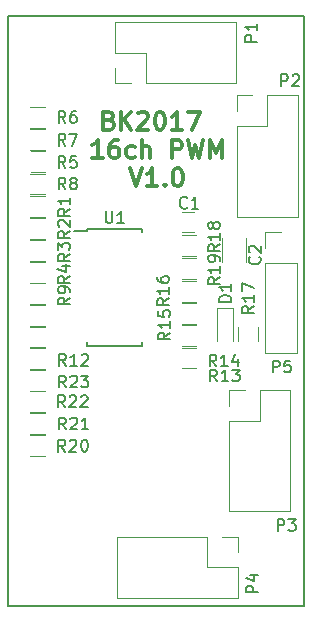
<source format=gto>
G04 #@! TF.FileFunction,Legend,Top*
%FSLAX46Y46*%
G04 Gerber Fmt 4.6, Leading zero omitted, Abs format (unit mm)*
G04 Created by KiCad (PCBNEW 4.0.2-stable) date 6/1/2017 8:35:31 PM*
%MOMM*%
G01*
G04 APERTURE LIST*
%ADD10C,0.100000*%
%ADD11C,0.300000*%
%ADD12C,0.150000*%
%ADD13C,0.120000*%
G04 APERTURE END LIST*
D10*
D11*
X108552173Y-108846457D02*
X108766459Y-108917886D01*
X108837887Y-108989314D01*
X108909316Y-109132171D01*
X108909316Y-109346457D01*
X108837887Y-109489314D01*
X108766459Y-109560743D01*
X108623601Y-109632171D01*
X108052173Y-109632171D01*
X108052173Y-108132171D01*
X108552173Y-108132171D01*
X108695030Y-108203600D01*
X108766459Y-108275029D01*
X108837887Y-108417886D01*
X108837887Y-108560743D01*
X108766459Y-108703600D01*
X108695030Y-108775029D01*
X108552173Y-108846457D01*
X108052173Y-108846457D01*
X109552173Y-109632171D02*
X109552173Y-108132171D01*
X110409316Y-109632171D02*
X109766459Y-108775029D01*
X110409316Y-108132171D02*
X109552173Y-108989314D01*
X110980744Y-108275029D02*
X111052173Y-108203600D01*
X111195030Y-108132171D01*
X111552173Y-108132171D01*
X111695030Y-108203600D01*
X111766459Y-108275029D01*
X111837887Y-108417886D01*
X111837887Y-108560743D01*
X111766459Y-108775029D01*
X110909316Y-109632171D01*
X111837887Y-109632171D01*
X112766458Y-108132171D02*
X112909315Y-108132171D01*
X113052172Y-108203600D01*
X113123601Y-108275029D01*
X113195030Y-108417886D01*
X113266458Y-108703600D01*
X113266458Y-109060743D01*
X113195030Y-109346457D01*
X113123601Y-109489314D01*
X113052172Y-109560743D01*
X112909315Y-109632171D01*
X112766458Y-109632171D01*
X112623601Y-109560743D01*
X112552172Y-109489314D01*
X112480744Y-109346457D01*
X112409315Y-109060743D01*
X112409315Y-108703600D01*
X112480744Y-108417886D01*
X112552172Y-108275029D01*
X112623601Y-108203600D01*
X112766458Y-108132171D01*
X114695029Y-109632171D02*
X113837886Y-109632171D01*
X114266458Y-109632171D02*
X114266458Y-108132171D01*
X114123601Y-108346457D01*
X113980743Y-108489314D01*
X113837886Y-108560743D01*
X115195029Y-108132171D02*
X116195029Y-108132171D01*
X115552172Y-109632171D01*
X107980743Y-112032171D02*
X107123600Y-112032171D01*
X107552172Y-112032171D02*
X107552172Y-110532171D01*
X107409315Y-110746457D01*
X107266457Y-110889314D01*
X107123600Y-110960743D01*
X109266457Y-110532171D02*
X108980743Y-110532171D01*
X108837886Y-110603600D01*
X108766457Y-110675029D01*
X108623600Y-110889314D01*
X108552171Y-111175029D01*
X108552171Y-111746457D01*
X108623600Y-111889314D01*
X108695028Y-111960743D01*
X108837886Y-112032171D01*
X109123600Y-112032171D01*
X109266457Y-111960743D01*
X109337886Y-111889314D01*
X109409314Y-111746457D01*
X109409314Y-111389314D01*
X109337886Y-111246457D01*
X109266457Y-111175029D01*
X109123600Y-111103600D01*
X108837886Y-111103600D01*
X108695028Y-111175029D01*
X108623600Y-111246457D01*
X108552171Y-111389314D01*
X110695028Y-111960743D02*
X110552171Y-112032171D01*
X110266457Y-112032171D01*
X110123599Y-111960743D01*
X110052171Y-111889314D01*
X109980742Y-111746457D01*
X109980742Y-111317886D01*
X110052171Y-111175029D01*
X110123599Y-111103600D01*
X110266457Y-111032171D01*
X110552171Y-111032171D01*
X110695028Y-111103600D01*
X111337885Y-112032171D02*
X111337885Y-110532171D01*
X111980742Y-112032171D02*
X111980742Y-111246457D01*
X111909313Y-111103600D01*
X111766456Y-111032171D01*
X111552171Y-111032171D01*
X111409313Y-111103600D01*
X111337885Y-111175029D01*
X113837885Y-112032171D02*
X113837885Y-110532171D01*
X114409313Y-110532171D01*
X114552171Y-110603600D01*
X114623599Y-110675029D01*
X114695028Y-110817886D01*
X114695028Y-111032171D01*
X114623599Y-111175029D01*
X114552171Y-111246457D01*
X114409313Y-111317886D01*
X113837885Y-111317886D01*
X115195028Y-110532171D02*
X115552171Y-112032171D01*
X115837885Y-110960743D01*
X116123599Y-112032171D01*
X116480742Y-110532171D01*
X117052171Y-112032171D02*
X117052171Y-110532171D01*
X117552171Y-111603600D01*
X118052171Y-110532171D01*
X118052171Y-112032171D01*
X110337886Y-112932171D02*
X110837886Y-114432171D01*
X111337886Y-112932171D01*
X112623600Y-114432171D02*
X111766457Y-114432171D01*
X112195029Y-114432171D02*
X112195029Y-112932171D01*
X112052172Y-113146457D01*
X111909314Y-113289314D01*
X111766457Y-113360743D01*
X113266457Y-114289314D02*
X113337885Y-114360743D01*
X113266457Y-114432171D01*
X113195028Y-114360743D01*
X113266457Y-114289314D01*
X113266457Y-114432171D01*
X114266457Y-112932171D02*
X114409314Y-112932171D01*
X114552171Y-113003600D01*
X114623600Y-113075029D01*
X114695029Y-113217886D01*
X114766457Y-113503600D01*
X114766457Y-113860743D01*
X114695029Y-114146457D01*
X114623600Y-114289314D01*
X114552171Y-114360743D01*
X114409314Y-114432171D01*
X114266457Y-114432171D01*
X114123600Y-114360743D01*
X114052171Y-114289314D01*
X113980743Y-114146457D01*
X113909314Y-113860743D01*
X113909314Y-113503600D01*
X113980743Y-113217886D01*
X114052171Y-113075029D01*
X114123600Y-113003600D01*
X114266457Y-112932171D01*
D12*
X125000000Y-100000000D02*
X100000000Y-100000000D01*
X125000000Y-150000000D02*
X125000000Y-100000000D01*
X100000000Y-150000000D02*
X125000000Y-150000000D01*
X100000000Y-100000000D02*
X100000000Y-150000000D01*
D13*
X115730400Y-116599600D02*
X114730400Y-116599600D01*
X114730400Y-118299600D02*
X115730400Y-118299600D01*
X120095200Y-120837200D02*
X120095200Y-118837200D01*
X118055200Y-118837200D02*
X118055200Y-120837200D01*
X103063600Y-117008800D02*
X101863600Y-117008800D01*
X101863600Y-115248800D02*
X103063600Y-115248800D01*
X103063600Y-118888400D02*
X101863600Y-118888400D01*
X101863600Y-117128400D02*
X103063600Y-117128400D01*
X103063600Y-120768000D02*
X101863600Y-120768000D01*
X101863600Y-119008000D02*
X103063600Y-119008000D01*
X103063600Y-122596800D02*
X101863600Y-122596800D01*
X101863600Y-120836800D02*
X103063600Y-120836800D01*
X101878800Y-111489600D02*
X103078800Y-111489600D01*
X103078800Y-113249600D02*
X101878800Y-113249600D01*
X101863600Y-107730400D02*
X103063600Y-107730400D01*
X103063600Y-109490400D02*
X101863600Y-109490400D01*
X101863600Y-109610000D02*
X103063600Y-109610000D01*
X103063600Y-111370000D02*
X101863600Y-111370000D01*
X101863600Y-113369200D02*
X103063600Y-113369200D01*
X103063600Y-115129200D02*
X101863600Y-115129200D01*
X103063600Y-124425600D02*
X101863600Y-124425600D01*
X101863600Y-122665600D02*
X103063600Y-122665600D01*
X103063600Y-126254400D02*
X101863600Y-126254400D01*
X101863600Y-124494400D02*
X103063600Y-124494400D01*
X103063600Y-128083200D02*
X101863600Y-128083200D01*
X101863600Y-126323200D02*
X103063600Y-126323200D01*
X103063600Y-129912000D02*
X101863600Y-129912000D01*
X101863600Y-128152000D02*
X103063600Y-128152000D01*
X114665200Y-128101200D02*
X115865200Y-128101200D01*
X115865200Y-129861200D02*
X114665200Y-129861200D01*
X114665200Y-126221600D02*
X115865200Y-126221600D01*
X115865200Y-127981600D02*
X114665200Y-127981600D01*
X114665200Y-124342000D02*
X115865200Y-124342000D01*
X115865200Y-126102000D02*
X114665200Y-126102000D01*
X114665200Y-122462400D02*
X115865200Y-122462400D01*
X115865200Y-124222400D02*
X114665200Y-124222400D01*
X119414400Y-127549200D02*
X119414400Y-126349200D01*
X121174400Y-126349200D02*
X121174400Y-127549200D01*
X115865200Y-120310800D02*
X114665200Y-120310800D01*
X114665200Y-118550800D02*
X115865200Y-118550800D01*
X115865200Y-122292000D02*
X114665200Y-122292000D01*
X114665200Y-120532000D02*
X115865200Y-120532000D01*
X103063600Y-137278000D02*
X101863600Y-137278000D01*
X101863600Y-135518000D02*
X103063600Y-135518000D01*
X103063600Y-135398400D02*
X101863600Y-135398400D01*
X101863600Y-133638400D02*
X103063600Y-133638400D01*
X103063600Y-133569600D02*
X101863600Y-133569600D01*
X101863600Y-131809600D02*
X103063600Y-131809600D01*
X103063600Y-131740800D02*
X101863600Y-131740800D01*
X101863600Y-129980800D02*
X103063600Y-129980800D01*
D12*
X106675000Y-118025000D02*
X106675000Y-118250000D01*
X111325000Y-118025000D02*
X111325000Y-118350000D01*
X111325000Y-127975000D02*
X111325000Y-127650000D01*
X106675000Y-127975000D02*
X106675000Y-127650000D01*
X106675000Y-118025000D02*
X111325000Y-118025000D01*
X106675000Y-127975000D02*
X111325000Y-127975000D01*
X106675000Y-118250000D02*
X105600000Y-118250000D01*
D13*
X119064000Y-124742800D02*
X117664000Y-124742800D01*
X117664000Y-124742800D02*
X117664000Y-127542800D01*
X119064000Y-124742800D02*
X119064000Y-127542800D01*
X111633000Y-105724000D02*
X119313000Y-105724000D01*
X119313000Y-105724000D02*
X119313000Y-100524000D01*
X119313000Y-100524000D02*
X109033000Y-100524000D01*
X109033000Y-100524000D02*
X109033000Y-103124000D01*
X109033000Y-103124000D02*
X111633000Y-103124000D01*
X111633000Y-103124000D02*
X111633000Y-105724000D01*
X110363000Y-105724000D02*
X109033000Y-105724000D01*
X109033000Y-105724000D02*
X109033000Y-104394000D01*
X119320000Y-109347000D02*
X119320000Y-117027000D01*
X119320000Y-117027000D02*
X124520000Y-117027000D01*
X124520000Y-117027000D02*
X124520000Y-106747000D01*
X124520000Y-106747000D02*
X121920000Y-106747000D01*
X121920000Y-106747000D02*
X121920000Y-109347000D01*
X121920000Y-109347000D02*
X119320000Y-109347000D01*
X119320000Y-108077000D02*
X119320000Y-106747000D01*
X119320000Y-106747000D02*
X120650000Y-106747000D01*
X118670000Y-134270000D02*
X118670000Y-141950000D01*
X118670000Y-141950000D02*
X123870000Y-141950000D01*
X123870000Y-141950000D02*
X123870000Y-131670000D01*
X123870000Y-131670000D02*
X121270000Y-131670000D01*
X121270000Y-131670000D02*
X121270000Y-134270000D01*
X121270000Y-134270000D02*
X118670000Y-134270000D01*
X118670000Y-133000000D02*
X118670000Y-131670000D01*
X118670000Y-131670000D02*
X120000000Y-131670000D01*
X116840000Y-144110400D02*
X109160000Y-144110400D01*
X109160000Y-144110400D02*
X109160000Y-149310400D01*
X109160000Y-149310400D02*
X119440000Y-149310400D01*
X119440000Y-149310400D02*
X119440000Y-146710400D01*
X119440000Y-146710400D02*
X116840000Y-146710400D01*
X116840000Y-146710400D02*
X116840000Y-144110400D01*
X118110000Y-144110400D02*
X119440000Y-144110400D01*
X119440000Y-144110400D02*
X119440000Y-145440400D01*
X121752000Y-120904000D02*
X121752000Y-128584000D01*
X121752000Y-128584000D02*
X124412000Y-128584000D01*
X124412000Y-128584000D02*
X124412000Y-120904000D01*
X124412000Y-120904000D02*
X121752000Y-120904000D01*
X121752000Y-119634000D02*
X121752000Y-118304000D01*
X121752000Y-118304000D02*
X123082000Y-118304000D01*
D12*
X115149334Y-116231943D02*
X115101715Y-116279562D01*
X114958858Y-116327181D01*
X114863620Y-116327181D01*
X114720762Y-116279562D01*
X114625524Y-116184324D01*
X114577905Y-116089086D01*
X114530286Y-115898610D01*
X114530286Y-115755752D01*
X114577905Y-115565276D01*
X114625524Y-115470038D01*
X114720762Y-115374800D01*
X114863620Y-115327181D01*
X114958858Y-115327181D01*
X115101715Y-115374800D01*
X115149334Y-115422419D01*
X116101715Y-116327181D02*
X115530286Y-116327181D01*
X115816000Y-116327181D02*
X115816000Y-115327181D01*
X115720762Y-115470038D01*
X115625524Y-115565276D01*
X115530286Y-115612895D01*
X121261143Y-120410266D02*
X121308762Y-120457885D01*
X121356381Y-120600742D01*
X121356381Y-120695980D01*
X121308762Y-120838838D01*
X121213524Y-120934076D01*
X121118286Y-120981695D01*
X120927810Y-121029314D01*
X120784952Y-121029314D01*
X120594476Y-120981695D01*
X120499238Y-120934076D01*
X120404000Y-120838838D01*
X120356381Y-120695980D01*
X120356381Y-120600742D01*
X120404000Y-120457885D01*
X120451619Y-120410266D01*
X120451619Y-120029314D02*
X120404000Y-119981695D01*
X120356381Y-119886457D01*
X120356381Y-119648361D01*
X120404000Y-119553123D01*
X120451619Y-119505504D01*
X120546857Y-119457885D01*
X120642095Y-119457885D01*
X120784952Y-119505504D01*
X121356381Y-120076933D01*
X121356381Y-119457885D01*
X105201981Y-116346266D02*
X104725790Y-116679600D01*
X105201981Y-116917695D02*
X104201981Y-116917695D01*
X104201981Y-116536742D01*
X104249600Y-116441504D01*
X104297219Y-116393885D01*
X104392457Y-116346266D01*
X104535314Y-116346266D01*
X104630552Y-116393885D01*
X104678171Y-116441504D01*
X104725790Y-116536742D01*
X104725790Y-116917695D01*
X105201981Y-115393885D02*
X105201981Y-115965314D01*
X105201981Y-115679600D02*
X104201981Y-115679600D01*
X104344838Y-115774838D01*
X104440076Y-115870076D01*
X104487695Y-115965314D01*
X105201981Y-118225866D02*
X104725790Y-118559200D01*
X105201981Y-118797295D02*
X104201981Y-118797295D01*
X104201981Y-118416342D01*
X104249600Y-118321104D01*
X104297219Y-118273485D01*
X104392457Y-118225866D01*
X104535314Y-118225866D01*
X104630552Y-118273485D01*
X104678171Y-118321104D01*
X104725790Y-118416342D01*
X104725790Y-118797295D01*
X104297219Y-117844914D02*
X104249600Y-117797295D01*
X104201981Y-117702057D01*
X104201981Y-117463961D01*
X104249600Y-117368723D01*
X104297219Y-117321104D01*
X104392457Y-117273485D01*
X104487695Y-117273485D01*
X104630552Y-117321104D01*
X105201981Y-117892533D01*
X105201981Y-117273485D01*
X105201981Y-120156266D02*
X104725790Y-120489600D01*
X105201981Y-120727695D02*
X104201981Y-120727695D01*
X104201981Y-120346742D01*
X104249600Y-120251504D01*
X104297219Y-120203885D01*
X104392457Y-120156266D01*
X104535314Y-120156266D01*
X104630552Y-120203885D01*
X104678171Y-120251504D01*
X104725790Y-120346742D01*
X104725790Y-120727695D01*
X104201981Y-119822933D02*
X104201981Y-119203885D01*
X104582933Y-119537219D01*
X104582933Y-119394361D01*
X104630552Y-119299123D01*
X104678171Y-119251504D01*
X104773410Y-119203885D01*
X105011505Y-119203885D01*
X105106743Y-119251504D01*
X105154362Y-119299123D01*
X105201981Y-119394361D01*
X105201981Y-119680076D01*
X105154362Y-119775314D01*
X105106743Y-119822933D01*
X105201981Y-122035866D02*
X104725790Y-122369200D01*
X105201981Y-122607295D02*
X104201981Y-122607295D01*
X104201981Y-122226342D01*
X104249600Y-122131104D01*
X104297219Y-122083485D01*
X104392457Y-122035866D01*
X104535314Y-122035866D01*
X104630552Y-122083485D01*
X104678171Y-122131104D01*
X104725790Y-122226342D01*
X104725790Y-122607295D01*
X104535314Y-121178723D02*
X105201981Y-121178723D01*
X104154362Y-121416819D02*
X104868648Y-121654914D01*
X104868648Y-121035866D01*
X104836934Y-112872781D02*
X104503600Y-112396590D01*
X104265505Y-112872781D02*
X104265505Y-111872781D01*
X104646458Y-111872781D01*
X104741696Y-111920400D01*
X104789315Y-111968019D01*
X104836934Y-112063257D01*
X104836934Y-112206114D01*
X104789315Y-112301352D01*
X104741696Y-112348971D01*
X104646458Y-112396590D01*
X104265505Y-112396590D01*
X105741696Y-111872781D02*
X105265505Y-111872781D01*
X105217886Y-112348971D01*
X105265505Y-112301352D01*
X105360743Y-112253733D01*
X105598839Y-112253733D01*
X105694077Y-112301352D01*
X105741696Y-112348971D01*
X105789315Y-112444210D01*
X105789315Y-112682305D01*
X105741696Y-112777543D01*
X105694077Y-112825162D01*
X105598839Y-112872781D01*
X105360743Y-112872781D01*
X105265505Y-112825162D01*
X105217886Y-112777543D01*
X104836934Y-109062781D02*
X104503600Y-108586590D01*
X104265505Y-109062781D02*
X104265505Y-108062781D01*
X104646458Y-108062781D01*
X104741696Y-108110400D01*
X104789315Y-108158019D01*
X104836934Y-108253257D01*
X104836934Y-108396114D01*
X104789315Y-108491352D01*
X104741696Y-108538971D01*
X104646458Y-108586590D01*
X104265505Y-108586590D01*
X105694077Y-108062781D02*
X105503600Y-108062781D01*
X105408362Y-108110400D01*
X105360743Y-108158019D01*
X105265505Y-108300876D01*
X105217886Y-108491352D01*
X105217886Y-108872305D01*
X105265505Y-108967543D01*
X105313124Y-109015162D01*
X105408362Y-109062781D01*
X105598839Y-109062781D01*
X105694077Y-109015162D01*
X105741696Y-108967543D01*
X105789315Y-108872305D01*
X105789315Y-108634210D01*
X105741696Y-108538971D01*
X105694077Y-108491352D01*
X105598839Y-108443733D01*
X105408362Y-108443733D01*
X105313124Y-108491352D01*
X105265505Y-108538971D01*
X105217886Y-108634210D01*
X104836934Y-110993181D02*
X104503600Y-110516990D01*
X104265505Y-110993181D02*
X104265505Y-109993181D01*
X104646458Y-109993181D01*
X104741696Y-110040800D01*
X104789315Y-110088419D01*
X104836934Y-110183657D01*
X104836934Y-110326514D01*
X104789315Y-110421752D01*
X104741696Y-110469371D01*
X104646458Y-110516990D01*
X104265505Y-110516990D01*
X105170267Y-109993181D02*
X105836934Y-109993181D01*
X105408362Y-110993181D01*
X104836934Y-114701581D02*
X104503600Y-114225390D01*
X104265505Y-114701581D02*
X104265505Y-113701581D01*
X104646458Y-113701581D01*
X104741696Y-113749200D01*
X104789315Y-113796819D01*
X104836934Y-113892057D01*
X104836934Y-114034914D01*
X104789315Y-114130152D01*
X104741696Y-114177771D01*
X104646458Y-114225390D01*
X104265505Y-114225390D01*
X105408362Y-114130152D02*
X105313124Y-114082533D01*
X105265505Y-114034914D01*
X105217886Y-113939676D01*
X105217886Y-113892057D01*
X105265505Y-113796819D01*
X105313124Y-113749200D01*
X105408362Y-113701581D01*
X105598839Y-113701581D01*
X105694077Y-113749200D01*
X105741696Y-113796819D01*
X105789315Y-113892057D01*
X105789315Y-113939676D01*
X105741696Y-114034914D01*
X105694077Y-114082533D01*
X105598839Y-114130152D01*
X105408362Y-114130152D01*
X105313124Y-114177771D01*
X105265505Y-114225390D01*
X105217886Y-114320629D01*
X105217886Y-114511105D01*
X105265505Y-114606343D01*
X105313124Y-114653962D01*
X105408362Y-114701581D01*
X105598839Y-114701581D01*
X105694077Y-114653962D01*
X105741696Y-114606343D01*
X105789315Y-114511105D01*
X105789315Y-114320629D01*
X105741696Y-114225390D01*
X105694077Y-114177771D01*
X105598839Y-114130152D01*
X105201981Y-123864666D02*
X104725790Y-124198000D01*
X105201981Y-124436095D02*
X104201981Y-124436095D01*
X104201981Y-124055142D01*
X104249600Y-123959904D01*
X104297219Y-123912285D01*
X104392457Y-123864666D01*
X104535314Y-123864666D01*
X104630552Y-123912285D01*
X104678171Y-123959904D01*
X104725790Y-124055142D01*
X104725790Y-124436095D01*
X105201981Y-123388476D02*
X105201981Y-123198000D01*
X105154362Y-123102761D01*
X105106743Y-123055142D01*
X104963886Y-122959904D01*
X104773410Y-122912285D01*
X104392457Y-122912285D01*
X104297219Y-122959904D01*
X104249600Y-123007523D01*
X104201981Y-123102761D01*
X104201981Y-123293238D01*
X104249600Y-123388476D01*
X104297219Y-123436095D01*
X104392457Y-123483714D01*
X104630552Y-123483714D01*
X104725790Y-123436095D01*
X104773410Y-123388476D01*
X104821029Y-123293238D01*
X104821029Y-123102761D01*
X104773410Y-123007523D01*
X104725790Y-122959904D01*
X104630552Y-122912285D01*
X104868743Y-129636781D02*
X104535409Y-129160590D01*
X104297314Y-129636781D02*
X104297314Y-128636781D01*
X104678267Y-128636781D01*
X104773505Y-128684400D01*
X104821124Y-128732019D01*
X104868743Y-128827257D01*
X104868743Y-128970114D01*
X104821124Y-129065352D01*
X104773505Y-129112971D01*
X104678267Y-129160590D01*
X104297314Y-129160590D01*
X105821124Y-129636781D02*
X105249695Y-129636781D01*
X105535409Y-129636781D02*
X105535409Y-128636781D01*
X105440171Y-128779638D01*
X105344933Y-128874876D01*
X105249695Y-128922495D01*
X106202076Y-128732019D02*
X106249695Y-128684400D01*
X106344933Y-128636781D01*
X106583029Y-128636781D01*
X106678267Y-128684400D01*
X106725886Y-128732019D01*
X106773505Y-128827257D01*
X106773505Y-128922495D01*
X106725886Y-129065352D01*
X106154457Y-129636781D01*
X106773505Y-129636781D01*
X117670343Y-130957581D02*
X117337009Y-130481390D01*
X117098914Y-130957581D02*
X117098914Y-129957581D01*
X117479867Y-129957581D01*
X117575105Y-130005200D01*
X117622724Y-130052819D01*
X117670343Y-130148057D01*
X117670343Y-130290914D01*
X117622724Y-130386152D01*
X117575105Y-130433771D01*
X117479867Y-130481390D01*
X117098914Y-130481390D01*
X118622724Y-130957581D02*
X118051295Y-130957581D01*
X118337009Y-130957581D02*
X118337009Y-129957581D01*
X118241771Y-130100438D01*
X118146533Y-130195676D01*
X118051295Y-130243295D01*
X118956057Y-129957581D02*
X119575105Y-129957581D01*
X119241771Y-130338533D01*
X119384629Y-130338533D01*
X119479867Y-130386152D01*
X119527486Y-130433771D01*
X119575105Y-130529010D01*
X119575105Y-130767105D01*
X119527486Y-130862343D01*
X119479867Y-130909962D01*
X119384629Y-130957581D01*
X119098914Y-130957581D01*
X119003676Y-130909962D01*
X118956057Y-130862343D01*
X117619543Y-129687581D02*
X117286209Y-129211390D01*
X117048114Y-129687581D02*
X117048114Y-128687581D01*
X117429067Y-128687581D01*
X117524305Y-128735200D01*
X117571924Y-128782819D01*
X117619543Y-128878057D01*
X117619543Y-129020914D01*
X117571924Y-129116152D01*
X117524305Y-129163771D01*
X117429067Y-129211390D01*
X117048114Y-129211390D01*
X118571924Y-129687581D02*
X118000495Y-129687581D01*
X118286209Y-129687581D02*
X118286209Y-128687581D01*
X118190971Y-128830438D01*
X118095733Y-128925676D01*
X118000495Y-128973295D01*
X119429067Y-129020914D02*
X119429067Y-129687581D01*
X119190971Y-128639962D02*
X118952876Y-129354248D01*
X119571924Y-129354248D01*
X113685581Y-126830057D02*
X113209390Y-127163391D01*
X113685581Y-127401486D02*
X112685581Y-127401486D01*
X112685581Y-127020533D01*
X112733200Y-126925295D01*
X112780819Y-126877676D01*
X112876057Y-126830057D01*
X113018914Y-126830057D01*
X113114152Y-126877676D01*
X113161771Y-126925295D01*
X113209390Y-127020533D01*
X113209390Y-127401486D01*
X113685581Y-125877676D02*
X113685581Y-126449105D01*
X113685581Y-126163391D02*
X112685581Y-126163391D01*
X112828438Y-126258629D01*
X112923676Y-126353867D01*
X112971295Y-126449105D01*
X112685581Y-124972914D02*
X112685581Y-125449105D01*
X113161771Y-125496724D01*
X113114152Y-125449105D01*
X113066533Y-125353867D01*
X113066533Y-125115771D01*
X113114152Y-125020533D01*
X113161771Y-124972914D01*
X113257010Y-124925295D01*
X113495105Y-124925295D01*
X113590343Y-124972914D01*
X113637962Y-125020533D01*
X113685581Y-125115771D01*
X113685581Y-125353867D01*
X113637962Y-125449105D01*
X113590343Y-125496724D01*
X113583981Y-123934457D02*
X113107790Y-124267791D01*
X113583981Y-124505886D02*
X112583981Y-124505886D01*
X112583981Y-124124933D01*
X112631600Y-124029695D01*
X112679219Y-123982076D01*
X112774457Y-123934457D01*
X112917314Y-123934457D01*
X113012552Y-123982076D01*
X113060171Y-124029695D01*
X113107790Y-124124933D01*
X113107790Y-124505886D01*
X113583981Y-122982076D02*
X113583981Y-123553505D01*
X113583981Y-123267791D02*
X112583981Y-123267791D01*
X112726838Y-123363029D01*
X112822076Y-123458267D01*
X112869695Y-123553505D01*
X112583981Y-122124933D02*
X112583981Y-122315410D01*
X112631600Y-122410648D01*
X112679219Y-122458267D01*
X112822076Y-122553505D01*
X113012552Y-122601124D01*
X113393505Y-122601124D01*
X113488743Y-122553505D01*
X113536362Y-122505886D01*
X113583981Y-122410648D01*
X113583981Y-122220171D01*
X113536362Y-122124933D01*
X113488743Y-122077314D01*
X113393505Y-122029695D01*
X113155410Y-122029695D01*
X113060171Y-122077314D01*
X113012552Y-122124933D01*
X112964933Y-122220171D01*
X112964933Y-122410648D01*
X113012552Y-122505886D01*
X113060171Y-122553505D01*
X113155410Y-122601124D01*
X120797581Y-124594857D02*
X120321390Y-124928191D01*
X120797581Y-125166286D02*
X119797581Y-125166286D01*
X119797581Y-124785333D01*
X119845200Y-124690095D01*
X119892819Y-124642476D01*
X119988057Y-124594857D01*
X120130914Y-124594857D01*
X120226152Y-124642476D01*
X120273771Y-124690095D01*
X120321390Y-124785333D01*
X120321390Y-125166286D01*
X120797581Y-123642476D02*
X120797581Y-124213905D01*
X120797581Y-123928191D02*
X119797581Y-123928191D01*
X119940438Y-124023429D01*
X120035676Y-124118667D01*
X120083295Y-124213905D01*
X119797581Y-123309143D02*
X119797581Y-122642476D01*
X120797581Y-123071048D01*
X117901981Y-119362457D02*
X117425790Y-119695791D01*
X117901981Y-119933886D02*
X116901981Y-119933886D01*
X116901981Y-119552933D01*
X116949600Y-119457695D01*
X116997219Y-119410076D01*
X117092457Y-119362457D01*
X117235314Y-119362457D01*
X117330552Y-119410076D01*
X117378171Y-119457695D01*
X117425790Y-119552933D01*
X117425790Y-119933886D01*
X117901981Y-118410076D02*
X117901981Y-118981505D01*
X117901981Y-118695791D02*
X116901981Y-118695791D01*
X117044838Y-118791029D01*
X117140076Y-118886267D01*
X117187695Y-118981505D01*
X117330552Y-117838648D02*
X117282933Y-117933886D01*
X117235314Y-117981505D01*
X117140076Y-118029124D01*
X117092457Y-118029124D01*
X116997219Y-117981505D01*
X116949600Y-117933886D01*
X116901981Y-117838648D01*
X116901981Y-117648171D01*
X116949600Y-117552933D01*
X116997219Y-117505314D01*
X117092457Y-117457695D01*
X117140076Y-117457695D01*
X117235314Y-117505314D01*
X117282933Y-117552933D01*
X117330552Y-117648171D01*
X117330552Y-117838648D01*
X117378171Y-117933886D01*
X117425790Y-117981505D01*
X117521029Y-118029124D01*
X117711505Y-118029124D01*
X117806743Y-117981505D01*
X117854362Y-117933886D01*
X117901981Y-117838648D01*
X117901981Y-117648171D01*
X117854362Y-117552933D01*
X117806743Y-117505314D01*
X117711505Y-117457695D01*
X117521029Y-117457695D01*
X117425790Y-117505314D01*
X117378171Y-117552933D01*
X117330552Y-117648171D01*
X117901981Y-122156457D02*
X117425790Y-122489791D01*
X117901981Y-122727886D02*
X116901981Y-122727886D01*
X116901981Y-122346933D01*
X116949600Y-122251695D01*
X116997219Y-122204076D01*
X117092457Y-122156457D01*
X117235314Y-122156457D01*
X117330552Y-122204076D01*
X117378171Y-122251695D01*
X117425790Y-122346933D01*
X117425790Y-122727886D01*
X117901981Y-121204076D02*
X117901981Y-121775505D01*
X117901981Y-121489791D02*
X116901981Y-121489791D01*
X117044838Y-121585029D01*
X117140076Y-121680267D01*
X117187695Y-121775505D01*
X117901981Y-120727886D02*
X117901981Y-120537410D01*
X117854362Y-120442171D01*
X117806743Y-120394552D01*
X117663886Y-120299314D01*
X117473410Y-120251695D01*
X117092457Y-120251695D01*
X116997219Y-120299314D01*
X116949600Y-120346933D01*
X116901981Y-120442171D01*
X116901981Y-120632648D01*
X116949600Y-120727886D01*
X116997219Y-120775505D01*
X117092457Y-120823124D01*
X117330552Y-120823124D01*
X117425790Y-120775505D01*
X117473410Y-120727886D01*
X117521029Y-120632648D01*
X117521029Y-120442171D01*
X117473410Y-120346933D01*
X117425790Y-120299314D01*
X117330552Y-120251695D01*
X104817943Y-136901181D02*
X104484609Y-136424990D01*
X104246514Y-136901181D02*
X104246514Y-135901181D01*
X104627467Y-135901181D01*
X104722705Y-135948800D01*
X104770324Y-135996419D01*
X104817943Y-136091657D01*
X104817943Y-136234514D01*
X104770324Y-136329752D01*
X104722705Y-136377371D01*
X104627467Y-136424990D01*
X104246514Y-136424990D01*
X105198895Y-135996419D02*
X105246514Y-135948800D01*
X105341752Y-135901181D01*
X105579848Y-135901181D01*
X105675086Y-135948800D01*
X105722705Y-135996419D01*
X105770324Y-136091657D01*
X105770324Y-136186895D01*
X105722705Y-136329752D01*
X105151276Y-136901181D01*
X105770324Y-136901181D01*
X106389371Y-135901181D02*
X106484610Y-135901181D01*
X106579848Y-135948800D01*
X106627467Y-135996419D01*
X106675086Y-136091657D01*
X106722705Y-136282133D01*
X106722705Y-136520229D01*
X106675086Y-136710705D01*
X106627467Y-136805943D01*
X106579848Y-136853562D01*
X106484610Y-136901181D01*
X106389371Y-136901181D01*
X106294133Y-136853562D01*
X106246514Y-136805943D01*
X106198895Y-136710705D01*
X106151276Y-136520229D01*
X106151276Y-136282133D01*
X106198895Y-136091657D01*
X106246514Y-135996419D01*
X106294133Y-135948800D01*
X106389371Y-135901181D01*
X104868743Y-135021581D02*
X104535409Y-134545390D01*
X104297314Y-135021581D02*
X104297314Y-134021581D01*
X104678267Y-134021581D01*
X104773505Y-134069200D01*
X104821124Y-134116819D01*
X104868743Y-134212057D01*
X104868743Y-134354914D01*
X104821124Y-134450152D01*
X104773505Y-134497771D01*
X104678267Y-134545390D01*
X104297314Y-134545390D01*
X105249695Y-134116819D02*
X105297314Y-134069200D01*
X105392552Y-134021581D01*
X105630648Y-134021581D01*
X105725886Y-134069200D01*
X105773505Y-134116819D01*
X105821124Y-134212057D01*
X105821124Y-134307295D01*
X105773505Y-134450152D01*
X105202076Y-135021581D01*
X105821124Y-135021581D01*
X106773505Y-135021581D02*
X106202076Y-135021581D01*
X106487790Y-135021581D02*
X106487790Y-134021581D01*
X106392552Y-134164438D01*
X106297314Y-134259676D01*
X106202076Y-134307295D01*
X104817943Y-133141981D02*
X104484609Y-132665790D01*
X104246514Y-133141981D02*
X104246514Y-132141981D01*
X104627467Y-132141981D01*
X104722705Y-132189600D01*
X104770324Y-132237219D01*
X104817943Y-132332457D01*
X104817943Y-132475314D01*
X104770324Y-132570552D01*
X104722705Y-132618171D01*
X104627467Y-132665790D01*
X104246514Y-132665790D01*
X105198895Y-132237219D02*
X105246514Y-132189600D01*
X105341752Y-132141981D01*
X105579848Y-132141981D01*
X105675086Y-132189600D01*
X105722705Y-132237219D01*
X105770324Y-132332457D01*
X105770324Y-132427695D01*
X105722705Y-132570552D01*
X105151276Y-133141981D01*
X105770324Y-133141981D01*
X106151276Y-132237219D02*
X106198895Y-132189600D01*
X106294133Y-132141981D01*
X106532229Y-132141981D01*
X106627467Y-132189600D01*
X106675086Y-132237219D01*
X106722705Y-132332457D01*
X106722705Y-132427695D01*
X106675086Y-132570552D01*
X106103657Y-133141981D01*
X106722705Y-133141981D01*
X104868743Y-131465581D02*
X104535409Y-130989390D01*
X104297314Y-131465581D02*
X104297314Y-130465581D01*
X104678267Y-130465581D01*
X104773505Y-130513200D01*
X104821124Y-130560819D01*
X104868743Y-130656057D01*
X104868743Y-130798914D01*
X104821124Y-130894152D01*
X104773505Y-130941771D01*
X104678267Y-130989390D01*
X104297314Y-130989390D01*
X105249695Y-130560819D02*
X105297314Y-130513200D01*
X105392552Y-130465581D01*
X105630648Y-130465581D01*
X105725886Y-130513200D01*
X105773505Y-130560819D01*
X105821124Y-130656057D01*
X105821124Y-130751295D01*
X105773505Y-130894152D01*
X105202076Y-131465581D01*
X105821124Y-131465581D01*
X106154457Y-130465581D02*
X106773505Y-130465581D01*
X106440171Y-130846533D01*
X106583029Y-130846533D01*
X106678267Y-130894152D01*
X106725886Y-130941771D01*
X106773505Y-131037010D01*
X106773505Y-131275105D01*
X106725886Y-131370343D01*
X106678267Y-131417962D01*
X106583029Y-131465581D01*
X106297314Y-131465581D01*
X106202076Y-131417962D01*
X106154457Y-131370343D01*
X108238095Y-116552381D02*
X108238095Y-117361905D01*
X108285714Y-117457143D01*
X108333333Y-117504762D01*
X108428571Y-117552381D01*
X108619048Y-117552381D01*
X108714286Y-117504762D01*
X108761905Y-117457143D01*
X108809524Y-117361905D01*
X108809524Y-116552381D01*
X109809524Y-117552381D02*
X109238095Y-117552381D01*
X109523809Y-117552381D02*
X109523809Y-116552381D01*
X109428571Y-116695238D01*
X109333333Y-116790476D01*
X109238095Y-116838095D01*
X118867181Y-124232895D02*
X117867181Y-124232895D01*
X117867181Y-123994800D01*
X117914800Y-123851942D01*
X118010038Y-123756704D01*
X118105276Y-123709085D01*
X118295752Y-123661466D01*
X118438610Y-123661466D01*
X118629086Y-123709085D01*
X118724324Y-123756704D01*
X118819562Y-123851942D01*
X118867181Y-123994800D01*
X118867181Y-124232895D01*
X118867181Y-122709085D02*
X118867181Y-123280514D01*
X118867181Y-122994800D02*
X117867181Y-122994800D01*
X118010038Y-123090038D01*
X118105276Y-123185276D01*
X118152895Y-123280514D01*
X121051581Y-102185695D02*
X120051581Y-102185695D01*
X120051581Y-101804742D01*
X120099200Y-101709504D01*
X120146819Y-101661885D01*
X120242057Y-101614266D01*
X120384914Y-101614266D01*
X120480152Y-101661885D01*
X120527771Y-101709504D01*
X120575390Y-101804742D01*
X120575390Y-102185695D01*
X121051581Y-100661885D02*
X121051581Y-101233314D01*
X121051581Y-100947600D02*
X120051581Y-100947600D01*
X120194438Y-101042838D01*
X120289676Y-101138076D01*
X120337295Y-101233314D01*
X123112305Y-105963981D02*
X123112305Y-104963981D01*
X123493258Y-104963981D01*
X123588496Y-105011600D01*
X123636115Y-105059219D01*
X123683734Y-105154457D01*
X123683734Y-105297314D01*
X123636115Y-105392552D01*
X123588496Y-105440171D01*
X123493258Y-105487790D01*
X123112305Y-105487790D01*
X124064686Y-105059219D02*
X124112305Y-105011600D01*
X124207543Y-104963981D01*
X124445639Y-104963981D01*
X124540877Y-105011600D01*
X124588496Y-105059219D01*
X124636115Y-105154457D01*
X124636115Y-105249695D01*
X124588496Y-105392552D01*
X124017067Y-105963981D01*
X124636115Y-105963981D01*
X122807505Y-143606781D02*
X122807505Y-142606781D01*
X123188458Y-142606781D01*
X123283696Y-142654400D01*
X123331315Y-142702019D01*
X123378934Y-142797257D01*
X123378934Y-142940114D01*
X123331315Y-143035352D01*
X123283696Y-143082971D01*
X123188458Y-143130590D01*
X122807505Y-143130590D01*
X123712267Y-142606781D02*
X124331315Y-142606781D01*
X123997981Y-142987733D01*
X124140839Y-142987733D01*
X124236077Y-143035352D01*
X124283696Y-143082971D01*
X124331315Y-143178210D01*
X124331315Y-143416305D01*
X124283696Y-143511543D01*
X124236077Y-143559162D01*
X124140839Y-143606781D01*
X123855124Y-143606781D01*
X123759886Y-143559162D01*
X123712267Y-143511543D01*
X121153181Y-148820095D02*
X120153181Y-148820095D01*
X120153181Y-148439142D01*
X120200800Y-148343904D01*
X120248419Y-148296285D01*
X120343657Y-148248666D01*
X120486514Y-148248666D01*
X120581752Y-148296285D01*
X120629371Y-148343904D01*
X120676990Y-148439142D01*
X120676990Y-148820095D01*
X120486514Y-147391523D02*
X121153181Y-147391523D01*
X120105562Y-147629619D02*
X120819848Y-147867714D01*
X120819848Y-147248666D01*
X122401105Y-130195581D02*
X122401105Y-129195581D01*
X122782058Y-129195581D01*
X122877296Y-129243200D01*
X122924915Y-129290819D01*
X122972534Y-129386057D01*
X122972534Y-129528914D01*
X122924915Y-129624152D01*
X122877296Y-129671771D01*
X122782058Y-129719390D01*
X122401105Y-129719390D01*
X123877296Y-129195581D02*
X123401105Y-129195581D01*
X123353486Y-129671771D01*
X123401105Y-129624152D01*
X123496343Y-129576533D01*
X123734439Y-129576533D01*
X123829677Y-129624152D01*
X123877296Y-129671771D01*
X123924915Y-129767010D01*
X123924915Y-130005105D01*
X123877296Y-130100343D01*
X123829677Y-130147962D01*
X123734439Y-130195581D01*
X123496343Y-130195581D01*
X123401105Y-130147962D01*
X123353486Y-130100343D01*
M02*

</source>
